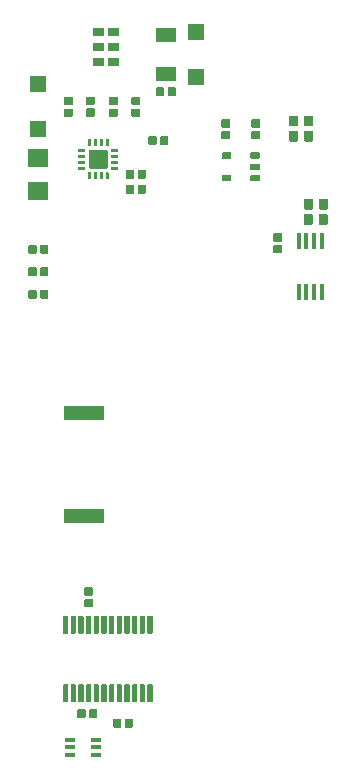
<source format=gbr>
G04 #@! TF.GenerationSoftware,KiCad,Pcbnew,5.1.8+dfsg1-1~bpo10+1*
G04 #@! TF.CreationDate,2021-02-15T21:00:24+01:00*
G04 #@! TF.ProjectId,easyhive,65617379-6869-4766-952e-6b696361645f,rev?*
G04 #@! TF.SameCoordinates,Original*
G04 #@! TF.FileFunction,Paste,Bot*
G04 #@! TF.FilePolarity,Positive*
%FSLAX46Y46*%
G04 Gerber Fmt 4.6, Leading zero omitted, Abs format (unit mm)*
G04 Created by KiCad (PCBNEW 5.1.8+dfsg1-1~bpo10+1) date 2021-02-15 21:00:24*
%MOMM*%
%LPD*%
G01*
G04 APERTURE LIST*
%ADD10R,0.900000X0.400000*%
%ADD11R,3.400000X1.300000*%
%ADD12R,1.800000X1.200000*%
%ADD13R,0.400000X1.350000*%
%ADD14R,1.800000X1.600000*%
%ADD15R,1.400000X1.400000*%
G04 APERTURE END LIST*
D10*
X140040000Y-131953000D03*
X140040000Y-132603000D03*
X140040000Y-133253000D03*
X142240000Y-131953000D03*
X142240000Y-132603000D03*
X142240000Y-133253000D03*
G36*
G01*
X152964850Y-84123600D02*
X153627350Y-84123600D01*
G75*
G02*
X153696100Y-84192350I0J-68750D01*
G01*
X153696100Y-84604850D01*
G75*
G02*
X153627350Y-84673600I-68750J0D01*
G01*
X152964850Y-84673600D01*
G75*
G02*
X152896100Y-84604850I0J68750D01*
G01*
X152896100Y-84192350D01*
G75*
G02*
X152964850Y-84123600I68750J0D01*
G01*
G37*
G36*
G01*
X155364850Y-83173600D02*
X156027350Y-83173600D01*
G75*
G02*
X156096100Y-83242350I0J-68750D01*
G01*
X156096100Y-83654850D01*
G75*
G02*
X156027350Y-83723600I-68750J0D01*
G01*
X155364850Y-83723600D01*
G75*
G02*
X155296100Y-83654850I0J68750D01*
G01*
X155296100Y-83242350D01*
G75*
G02*
X155364850Y-83173600I68750J0D01*
G01*
G37*
G36*
G01*
X152964850Y-82223600D02*
X153627350Y-82223600D01*
G75*
G02*
X153696100Y-82292350I0J-68750D01*
G01*
X153696100Y-82704850D01*
G75*
G02*
X153627350Y-82773600I-68750J0D01*
G01*
X152964850Y-82773600D01*
G75*
G02*
X152896100Y-82704850I0J68750D01*
G01*
X152896100Y-82292350D01*
G75*
G02*
X152964850Y-82223600I68750J0D01*
G01*
G37*
G36*
G01*
X155364850Y-84123600D02*
X156027350Y-84123600D01*
G75*
G02*
X156096100Y-84192350I0J-68750D01*
G01*
X156096100Y-84604850D01*
G75*
G02*
X156027350Y-84673600I-68750J0D01*
G01*
X155364850Y-84673600D01*
G75*
G02*
X155296100Y-84604850I0J68750D01*
G01*
X155296100Y-84192350D01*
G75*
G02*
X155364850Y-84123600I68750J0D01*
G01*
G37*
G36*
G01*
X155364850Y-82223600D02*
X156027350Y-82223600D01*
G75*
G02*
X156096100Y-82292350I0J-68750D01*
G01*
X156096100Y-82704850D01*
G75*
G02*
X156027350Y-82773600I-68750J0D01*
G01*
X155364850Y-82773600D01*
G75*
G02*
X155296100Y-82704850I0J68750D01*
G01*
X155296100Y-82292350D01*
G75*
G02*
X155364850Y-82223600I68750J0D01*
G01*
G37*
D11*
X141200000Y-113025000D03*
X141200000Y-104325000D03*
G36*
G01*
X158005000Y-90140000D02*
X158005000Y-90700000D01*
G75*
G02*
X157935000Y-90770000I-70000J0D01*
G01*
X157325000Y-90770000D01*
G75*
G02*
X157255000Y-90700000I0J70000D01*
G01*
X157255000Y-90140000D01*
G75*
G02*
X157325000Y-90070000I70000J0D01*
G01*
X157935000Y-90070000D01*
G75*
G02*
X158005000Y-90140000I0J-70000D01*
G01*
G37*
G36*
G01*
X158005000Y-89140000D02*
X158005000Y-89700000D01*
G75*
G02*
X157935000Y-89770000I-70000J0D01*
G01*
X157325000Y-89770000D01*
G75*
G02*
X157255000Y-89700000I0J70000D01*
G01*
X157255000Y-89140000D01*
G75*
G02*
X157325000Y-89070000I70000J0D01*
G01*
X157935000Y-89070000D01*
G75*
G02*
X158005000Y-89140000I0J-70000D01*
G01*
G37*
G36*
G01*
X137571100Y-91963600D02*
X138131100Y-91963600D01*
G75*
G02*
X138201100Y-92033600I0J-70000D01*
G01*
X138201100Y-92643600D01*
G75*
G02*
X138131100Y-92713600I-70000J0D01*
G01*
X137571100Y-92713600D01*
G75*
G02*
X137501100Y-92643600I0J70000D01*
G01*
X137501100Y-92033600D01*
G75*
G02*
X137571100Y-91963600I70000J0D01*
G01*
G37*
G36*
G01*
X136571100Y-91963600D02*
X137131100Y-91963600D01*
G75*
G02*
X137201100Y-92033600I0J-70000D01*
G01*
X137201100Y-92643600D01*
G75*
G02*
X137131100Y-92713600I-70000J0D01*
G01*
X136571100Y-92713600D01*
G75*
G02*
X136501100Y-92643600I0J70000D01*
G01*
X136501100Y-92033600D01*
G75*
G02*
X136571100Y-91963600I70000J0D01*
G01*
G37*
G36*
G01*
X137131100Y-94618600D02*
X136571100Y-94618600D01*
G75*
G02*
X136501100Y-94548600I0J70000D01*
G01*
X136501100Y-93938600D01*
G75*
G02*
X136571100Y-93868600I70000J0D01*
G01*
X137131100Y-93868600D01*
G75*
G02*
X137201100Y-93938600I0J-70000D01*
G01*
X137201100Y-94548600D01*
G75*
G02*
X137131100Y-94618600I-70000J0D01*
G01*
G37*
G36*
G01*
X138131100Y-94618600D02*
X137571100Y-94618600D01*
G75*
G02*
X137501100Y-94548600I0J70000D01*
G01*
X137501100Y-93938600D01*
G75*
G02*
X137571100Y-93868600I70000J0D01*
G01*
X138131100Y-93868600D01*
G75*
G02*
X138201100Y-93938600I0J-70000D01*
G01*
X138201100Y-94548600D01*
G75*
G02*
X138131100Y-94618600I-70000J0D01*
G01*
G37*
G36*
G01*
X147291100Y-81601100D02*
X146731100Y-81601100D01*
G75*
G02*
X146661100Y-81531100I0J70000D01*
G01*
X146661100Y-80921100D01*
G75*
G02*
X146731100Y-80851100I70000J0D01*
G01*
X147291100Y-80851100D01*
G75*
G02*
X147361100Y-80921100I0J-70000D01*
G01*
X147361100Y-81531100D01*
G75*
G02*
X147291100Y-81601100I-70000J0D01*
G01*
G37*
G36*
G01*
X148291100Y-81601100D02*
X147731100Y-81601100D01*
G75*
G02*
X147661100Y-81531100I0J70000D01*
G01*
X147661100Y-80921100D01*
G75*
G02*
X147731100Y-80851100I70000J0D01*
G01*
X148291100Y-80851100D01*
G75*
G02*
X148361100Y-80921100I0J-70000D01*
G01*
X148361100Y-81531100D01*
G75*
G02*
X148291100Y-81601100I-70000J0D01*
G01*
G37*
G36*
G01*
X145981100Y-78588600D02*
X145981100Y-79148600D01*
G75*
G02*
X145911100Y-79218600I-70000J0D01*
G01*
X145301100Y-79218600D01*
G75*
G02*
X145231100Y-79148600I0J70000D01*
G01*
X145231100Y-78588600D01*
G75*
G02*
X145301100Y-78518600I70000J0D01*
G01*
X145911100Y-78518600D01*
G75*
G02*
X145981100Y-78588600I0J-70000D01*
G01*
G37*
G36*
G01*
X145981100Y-77588600D02*
X145981100Y-78148600D01*
G75*
G02*
X145911100Y-78218600I-70000J0D01*
G01*
X145301100Y-78218600D01*
G75*
G02*
X145231100Y-78148600I0J70000D01*
G01*
X145231100Y-77588600D01*
G75*
G02*
X145301100Y-77518600I70000J0D01*
G01*
X145911100Y-77518600D01*
G75*
G02*
X145981100Y-77588600I0J-70000D01*
G01*
G37*
G36*
G01*
X140266100Y-78588600D02*
X140266100Y-79148600D01*
G75*
G02*
X140196100Y-79218600I-70000J0D01*
G01*
X139586100Y-79218600D01*
G75*
G02*
X139516100Y-79148600I0J70000D01*
G01*
X139516100Y-78588600D01*
G75*
G02*
X139586100Y-78518600I70000J0D01*
G01*
X140196100Y-78518600D01*
G75*
G02*
X140266100Y-78588600I0J-70000D01*
G01*
G37*
G36*
G01*
X140266100Y-77588600D02*
X140266100Y-78148600D01*
G75*
G02*
X140196100Y-78218600I-70000J0D01*
G01*
X139586100Y-78218600D01*
G75*
G02*
X139516100Y-78148600I0J70000D01*
G01*
X139516100Y-77588600D01*
G75*
G02*
X139586100Y-77518600I70000J0D01*
G01*
X140196100Y-77518600D01*
G75*
G02*
X140266100Y-77588600I0J-70000D01*
G01*
G37*
G36*
G01*
X144076100Y-78588600D02*
X144076100Y-79148600D01*
G75*
G02*
X144006100Y-79218600I-70000J0D01*
G01*
X143396100Y-79218600D01*
G75*
G02*
X143326100Y-79148600I0J70000D01*
G01*
X143326100Y-78588600D01*
G75*
G02*
X143396100Y-78518600I70000J0D01*
G01*
X144006100Y-78518600D01*
G75*
G02*
X144076100Y-78588600I0J-70000D01*
G01*
G37*
G36*
G01*
X144076100Y-77588600D02*
X144076100Y-78148600D01*
G75*
G02*
X144006100Y-78218600I-70000J0D01*
G01*
X143396100Y-78218600D01*
G75*
G02*
X143326100Y-78148600I0J70000D01*
G01*
X143326100Y-77588600D01*
G75*
G02*
X143396100Y-77518600I70000J0D01*
G01*
X144006100Y-77518600D01*
G75*
G02*
X144076100Y-77588600I0J-70000D01*
G01*
G37*
D12*
X148146100Y-75573600D03*
X148146100Y-72273600D03*
D13*
X159400000Y-94000000D03*
X160050000Y-94000000D03*
X160700000Y-94000000D03*
X161350000Y-94000000D03*
X161350000Y-89700000D03*
X160700000Y-89700000D03*
X160050000Y-89700000D03*
X159400000Y-89700000D03*
G36*
G01*
X139880000Y-121522250D02*
X139880000Y-122909750D01*
G75*
G02*
X139823750Y-122966000I-56250J0D01*
G01*
X139486250Y-122966000D01*
G75*
G02*
X139430000Y-122909750I0J56250D01*
G01*
X139430000Y-121522250D01*
G75*
G02*
X139486250Y-121466000I56250J0D01*
G01*
X139823750Y-121466000D01*
G75*
G02*
X139880000Y-121522250I0J-56250D01*
G01*
G37*
G36*
G01*
X140530000Y-121522250D02*
X140530000Y-122909750D01*
G75*
G02*
X140473750Y-122966000I-56250J0D01*
G01*
X140136250Y-122966000D01*
G75*
G02*
X140080000Y-122909750I0J56250D01*
G01*
X140080000Y-121522250D01*
G75*
G02*
X140136250Y-121466000I56250J0D01*
G01*
X140473750Y-121466000D01*
G75*
G02*
X140530000Y-121522250I0J-56250D01*
G01*
G37*
G36*
G01*
X141180000Y-121522250D02*
X141180000Y-122909750D01*
G75*
G02*
X141123750Y-122966000I-56250J0D01*
G01*
X140786250Y-122966000D01*
G75*
G02*
X140730000Y-122909750I0J56250D01*
G01*
X140730000Y-121522250D01*
G75*
G02*
X140786250Y-121466000I56250J0D01*
G01*
X141123750Y-121466000D01*
G75*
G02*
X141180000Y-121522250I0J-56250D01*
G01*
G37*
G36*
G01*
X141830000Y-121522250D02*
X141830000Y-122909750D01*
G75*
G02*
X141773750Y-122966000I-56250J0D01*
G01*
X141436250Y-122966000D01*
G75*
G02*
X141380000Y-122909750I0J56250D01*
G01*
X141380000Y-121522250D01*
G75*
G02*
X141436250Y-121466000I56250J0D01*
G01*
X141773750Y-121466000D01*
G75*
G02*
X141830000Y-121522250I0J-56250D01*
G01*
G37*
G36*
G01*
X142480000Y-121522250D02*
X142480000Y-122909750D01*
G75*
G02*
X142423750Y-122966000I-56250J0D01*
G01*
X142086250Y-122966000D01*
G75*
G02*
X142030000Y-122909750I0J56250D01*
G01*
X142030000Y-121522250D01*
G75*
G02*
X142086250Y-121466000I56250J0D01*
G01*
X142423750Y-121466000D01*
G75*
G02*
X142480000Y-121522250I0J-56250D01*
G01*
G37*
G36*
G01*
X143130000Y-121522250D02*
X143130000Y-122909750D01*
G75*
G02*
X143073750Y-122966000I-56250J0D01*
G01*
X142736250Y-122966000D01*
G75*
G02*
X142680000Y-122909750I0J56250D01*
G01*
X142680000Y-121522250D01*
G75*
G02*
X142736250Y-121466000I56250J0D01*
G01*
X143073750Y-121466000D01*
G75*
G02*
X143130000Y-121522250I0J-56250D01*
G01*
G37*
G36*
G01*
X143780000Y-121522250D02*
X143780000Y-122909750D01*
G75*
G02*
X143723750Y-122966000I-56250J0D01*
G01*
X143386250Y-122966000D01*
G75*
G02*
X143330000Y-122909750I0J56250D01*
G01*
X143330000Y-121522250D01*
G75*
G02*
X143386250Y-121466000I56250J0D01*
G01*
X143723750Y-121466000D01*
G75*
G02*
X143780000Y-121522250I0J-56250D01*
G01*
G37*
G36*
G01*
X144430000Y-121522250D02*
X144430000Y-122909750D01*
G75*
G02*
X144373750Y-122966000I-56250J0D01*
G01*
X144036250Y-122966000D01*
G75*
G02*
X143980000Y-122909750I0J56250D01*
G01*
X143980000Y-121522250D01*
G75*
G02*
X144036250Y-121466000I56250J0D01*
G01*
X144373750Y-121466000D01*
G75*
G02*
X144430000Y-121522250I0J-56250D01*
G01*
G37*
G36*
G01*
X145080000Y-121522250D02*
X145080000Y-122909750D01*
G75*
G02*
X145023750Y-122966000I-56250J0D01*
G01*
X144686250Y-122966000D01*
G75*
G02*
X144630000Y-122909750I0J56250D01*
G01*
X144630000Y-121522250D01*
G75*
G02*
X144686250Y-121466000I56250J0D01*
G01*
X145023750Y-121466000D01*
G75*
G02*
X145080000Y-121522250I0J-56250D01*
G01*
G37*
G36*
G01*
X145730000Y-121522250D02*
X145730000Y-122909750D01*
G75*
G02*
X145673750Y-122966000I-56250J0D01*
G01*
X145336250Y-122966000D01*
G75*
G02*
X145280000Y-122909750I0J56250D01*
G01*
X145280000Y-121522250D01*
G75*
G02*
X145336250Y-121466000I56250J0D01*
G01*
X145673750Y-121466000D01*
G75*
G02*
X145730000Y-121522250I0J-56250D01*
G01*
G37*
G36*
G01*
X146380000Y-121522250D02*
X146380000Y-122909750D01*
G75*
G02*
X146323750Y-122966000I-56250J0D01*
G01*
X145986250Y-122966000D01*
G75*
G02*
X145930000Y-122909750I0J56250D01*
G01*
X145930000Y-121522250D01*
G75*
G02*
X145986250Y-121466000I56250J0D01*
G01*
X146323750Y-121466000D01*
G75*
G02*
X146380000Y-121522250I0J-56250D01*
G01*
G37*
G36*
G01*
X147030000Y-121522250D02*
X147030000Y-122909750D01*
G75*
G02*
X146973750Y-122966000I-56250J0D01*
G01*
X146636250Y-122966000D01*
G75*
G02*
X146580000Y-122909750I0J56250D01*
G01*
X146580000Y-121522250D01*
G75*
G02*
X146636250Y-121466000I56250J0D01*
G01*
X146973750Y-121466000D01*
G75*
G02*
X147030000Y-121522250I0J-56250D01*
G01*
G37*
G36*
G01*
X139880000Y-127322250D02*
X139880000Y-128709750D01*
G75*
G02*
X139823750Y-128766000I-56250J0D01*
G01*
X139486250Y-128766000D01*
G75*
G02*
X139430000Y-128709750I0J56250D01*
G01*
X139430000Y-127322250D01*
G75*
G02*
X139486250Y-127266000I56250J0D01*
G01*
X139823750Y-127266000D01*
G75*
G02*
X139880000Y-127322250I0J-56250D01*
G01*
G37*
G36*
G01*
X140530000Y-127322250D02*
X140530000Y-128709750D01*
G75*
G02*
X140473750Y-128766000I-56250J0D01*
G01*
X140136250Y-128766000D01*
G75*
G02*
X140080000Y-128709750I0J56250D01*
G01*
X140080000Y-127322250D01*
G75*
G02*
X140136250Y-127266000I56250J0D01*
G01*
X140473750Y-127266000D01*
G75*
G02*
X140530000Y-127322250I0J-56250D01*
G01*
G37*
G36*
G01*
X141180000Y-127322250D02*
X141180000Y-128709750D01*
G75*
G02*
X141123750Y-128766000I-56250J0D01*
G01*
X140786250Y-128766000D01*
G75*
G02*
X140730000Y-128709750I0J56250D01*
G01*
X140730000Y-127322250D01*
G75*
G02*
X140786250Y-127266000I56250J0D01*
G01*
X141123750Y-127266000D01*
G75*
G02*
X141180000Y-127322250I0J-56250D01*
G01*
G37*
G36*
G01*
X141830000Y-127322250D02*
X141830000Y-128709750D01*
G75*
G02*
X141773750Y-128766000I-56250J0D01*
G01*
X141436250Y-128766000D01*
G75*
G02*
X141380000Y-128709750I0J56250D01*
G01*
X141380000Y-127322250D01*
G75*
G02*
X141436250Y-127266000I56250J0D01*
G01*
X141773750Y-127266000D01*
G75*
G02*
X141830000Y-127322250I0J-56250D01*
G01*
G37*
G36*
G01*
X142480000Y-127322250D02*
X142480000Y-128709750D01*
G75*
G02*
X142423750Y-128766000I-56250J0D01*
G01*
X142086250Y-128766000D01*
G75*
G02*
X142030000Y-128709750I0J56250D01*
G01*
X142030000Y-127322250D01*
G75*
G02*
X142086250Y-127266000I56250J0D01*
G01*
X142423750Y-127266000D01*
G75*
G02*
X142480000Y-127322250I0J-56250D01*
G01*
G37*
G36*
G01*
X143130000Y-127322250D02*
X143130000Y-128709750D01*
G75*
G02*
X143073750Y-128766000I-56250J0D01*
G01*
X142736250Y-128766000D01*
G75*
G02*
X142680000Y-128709750I0J56250D01*
G01*
X142680000Y-127322250D01*
G75*
G02*
X142736250Y-127266000I56250J0D01*
G01*
X143073750Y-127266000D01*
G75*
G02*
X143130000Y-127322250I0J-56250D01*
G01*
G37*
G36*
G01*
X143780000Y-127322250D02*
X143780000Y-128709750D01*
G75*
G02*
X143723750Y-128766000I-56250J0D01*
G01*
X143386250Y-128766000D01*
G75*
G02*
X143330000Y-128709750I0J56250D01*
G01*
X143330000Y-127322250D01*
G75*
G02*
X143386250Y-127266000I56250J0D01*
G01*
X143723750Y-127266000D01*
G75*
G02*
X143780000Y-127322250I0J-56250D01*
G01*
G37*
G36*
G01*
X144430000Y-127322250D02*
X144430000Y-128709750D01*
G75*
G02*
X144373750Y-128766000I-56250J0D01*
G01*
X144036250Y-128766000D01*
G75*
G02*
X143980000Y-128709750I0J56250D01*
G01*
X143980000Y-127322250D01*
G75*
G02*
X144036250Y-127266000I56250J0D01*
G01*
X144373750Y-127266000D01*
G75*
G02*
X144430000Y-127322250I0J-56250D01*
G01*
G37*
G36*
G01*
X145080000Y-127322250D02*
X145080000Y-128709750D01*
G75*
G02*
X145023750Y-128766000I-56250J0D01*
G01*
X144686250Y-128766000D01*
G75*
G02*
X144630000Y-128709750I0J56250D01*
G01*
X144630000Y-127322250D01*
G75*
G02*
X144686250Y-127266000I56250J0D01*
G01*
X145023750Y-127266000D01*
G75*
G02*
X145080000Y-127322250I0J-56250D01*
G01*
G37*
G36*
G01*
X145730000Y-127322250D02*
X145730000Y-128709750D01*
G75*
G02*
X145673750Y-128766000I-56250J0D01*
G01*
X145336250Y-128766000D01*
G75*
G02*
X145280000Y-128709750I0J56250D01*
G01*
X145280000Y-127322250D01*
G75*
G02*
X145336250Y-127266000I56250J0D01*
G01*
X145673750Y-127266000D01*
G75*
G02*
X145730000Y-127322250I0J-56250D01*
G01*
G37*
G36*
G01*
X146380000Y-127322250D02*
X146380000Y-128709750D01*
G75*
G02*
X146323750Y-128766000I-56250J0D01*
G01*
X145986250Y-128766000D01*
G75*
G02*
X145930000Y-128709750I0J56250D01*
G01*
X145930000Y-127322250D01*
G75*
G02*
X145986250Y-127266000I56250J0D01*
G01*
X146323750Y-127266000D01*
G75*
G02*
X146380000Y-127322250I0J-56250D01*
G01*
G37*
G36*
G01*
X147030000Y-127322250D02*
X147030000Y-128709750D01*
G75*
G02*
X146973750Y-128766000I-56250J0D01*
G01*
X146636250Y-128766000D01*
G75*
G02*
X146580000Y-128709750I0J56250D01*
G01*
X146580000Y-127322250D01*
G75*
G02*
X146636250Y-127266000I56250J0D01*
G01*
X146973750Y-127266000D01*
G75*
G02*
X147030000Y-127322250I0J-56250D01*
G01*
G37*
G36*
G01*
X144131100Y-82469850D02*
X144131100Y-82657350D01*
G75*
G02*
X144099850Y-82688600I-31250J0D01*
G01*
X143562350Y-82688600D01*
G75*
G02*
X143531100Y-82657350I0J31250D01*
G01*
X143531100Y-82469850D01*
G75*
G02*
X143562350Y-82438600I31250J0D01*
G01*
X144099850Y-82438600D01*
G75*
G02*
X144131100Y-82469850I0J-31250D01*
G01*
G37*
G36*
G01*
X144131100Y-81969850D02*
X144131100Y-82157350D01*
G75*
G02*
X144099850Y-82188600I-31250J0D01*
G01*
X143562350Y-82188600D01*
G75*
G02*
X143531100Y-82157350I0J31250D01*
G01*
X143531100Y-81969850D01*
G75*
G02*
X143562350Y-81938600I31250J0D01*
G01*
X144099850Y-81938600D01*
G75*
G02*
X144131100Y-81969850I0J-31250D01*
G01*
G37*
G36*
G01*
X144131100Y-82969850D02*
X144131100Y-83157350D01*
G75*
G02*
X144099850Y-83188600I-31250J0D01*
G01*
X143562350Y-83188600D01*
G75*
G02*
X143531100Y-83157350I0J31250D01*
G01*
X143531100Y-82969850D01*
G75*
G02*
X143562350Y-82938600I31250J0D01*
G01*
X144099850Y-82938600D01*
G75*
G02*
X144131100Y-82969850I0J-31250D01*
G01*
G37*
G36*
G01*
X144131100Y-83469850D02*
X144131100Y-83657350D01*
G75*
G02*
X144099850Y-83688600I-31250J0D01*
G01*
X143562350Y-83688600D01*
G75*
G02*
X143531100Y-83657350I0J31250D01*
G01*
X143531100Y-83469850D01*
G75*
G02*
X143562350Y-83438600I31250J0D01*
G01*
X144099850Y-83438600D01*
G75*
G02*
X144131100Y-83469850I0J-31250D01*
G01*
G37*
G36*
G01*
X143274850Y-84513600D02*
X143087350Y-84513600D01*
G75*
G02*
X143056100Y-84482350I0J31250D01*
G01*
X143056100Y-83944850D01*
G75*
G02*
X143087350Y-83913600I31250J0D01*
G01*
X143274850Y-83913600D01*
G75*
G02*
X143306100Y-83944850I0J-31250D01*
G01*
X143306100Y-84482350D01*
G75*
G02*
X143274850Y-84513600I-31250J0D01*
G01*
G37*
G36*
G01*
X142774850Y-84513600D02*
X142587350Y-84513600D01*
G75*
G02*
X142556100Y-84482350I0J31250D01*
G01*
X142556100Y-83944850D01*
G75*
G02*
X142587350Y-83913600I31250J0D01*
G01*
X142774850Y-83913600D01*
G75*
G02*
X142806100Y-83944850I0J-31250D01*
G01*
X142806100Y-84482350D01*
G75*
G02*
X142774850Y-84513600I-31250J0D01*
G01*
G37*
G36*
G01*
X142274850Y-84513600D02*
X142087350Y-84513600D01*
G75*
G02*
X142056100Y-84482350I0J31250D01*
G01*
X142056100Y-83944850D01*
G75*
G02*
X142087350Y-83913600I31250J0D01*
G01*
X142274850Y-83913600D01*
G75*
G02*
X142306100Y-83944850I0J-31250D01*
G01*
X142306100Y-84482350D01*
G75*
G02*
X142274850Y-84513600I-31250J0D01*
G01*
G37*
G36*
G01*
X141774850Y-84513600D02*
X141587350Y-84513600D01*
G75*
G02*
X141556100Y-84482350I0J31250D01*
G01*
X141556100Y-83944850D01*
G75*
G02*
X141587350Y-83913600I31250J0D01*
G01*
X141774850Y-83913600D01*
G75*
G02*
X141806100Y-83944850I0J-31250D01*
G01*
X141806100Y-84482350D01*
G75*
G02*
X141774850Y-84513600I-31250J0D01*
G01*
G37*
G36*
G01*
X140731100Y-83657350D02*
X140731100Y-83469850D01*
G75*
G02*
X140762350Y-83438600I31250J0D01*
G01*
X141299850Y-83438600D01*
G75*
G02*
X141331100Y-83469850I0J-31250D01*
G01*
X141331100Y-83657350D01*
G75*
G02*
X141299850Y-83688600I-31250J0D01*
G01*
X140762350Y-83688600D01*
G75*
G02*
X140731100Y-83657350I0J31250D01*
G01*
G37*
G36*
G01*
X140731100Y-83157350D02*
X140731100Y-82969850D01*
G75*
G02*
X140762350Y-82938600I31250J0D01*
G01*
X141299850Y-82938600D01*
G75*
G02*
X141331100Y-82969850I0J-31250D01*
G01*
X141331100Y-83157350D01*
G75*
G02*
X141299850Y-83188600I-31250J0D01*
G01*
X140762350Y-83188600D01*
G75*
G02*
X140731100Y-83157350I0J31250D01*
G01*
G37*
G36*
G01*
X140731100Y-82657350D02*
X140731100Y-82469850D01*
G75*
G02*
X140762350Y-82438600I31250J0D01*
G01*
X141299850Y-82438600D01*
G75*
G02*
X141331100Y-82469850I0J-31250D01*
G01*
X141331100Y-82657350D01*
G75*
G02*
X141299850Y-82688600I-31250J0D01*
G01*
X140762350Y-82688600D01*
G75*
G02*
X140731100Y-82657350I0J31250D01*
G01*
G37*
G36*
G01*
X140731100Y-82157350D02*
X140731100Y-81969850D01*
G75*
G02*
X140762350Y-81938600I31250J0D01*
G01*
X141299850Y-81938600D01*
G75*
G02*
X141331100Y-81969850I0J-31250D01*
G01*
X141331100Y-82157350D01*
G75*
G02*
X141299850Y-82188600I-31250J0D01*
G01*
X140762350Y-82188600D01*
G75*
G02*
X140731100Y-82157350I0J31250D01*
G01*
G37*
G36*
G01*
X141587350Y-81113600D02*
X141774850Y-81113600D01*
G75*
G02*
X141806100Y-81144850I0J-31250D01*
G01*
X141806100Y-81682350D01*
G75*
G02*
X141774850Y-81713600I-31250J0D01*
G01*
X141587350Y-81713600D01*
G75*
G02*
X141556100Y-81682350I0J31250D01*
G01*
X141556100Y-81144850D01*
G75*
G02*
X141587350Y-81113600I31250J0D01*
G01*
G37*
G36*
G01*
X142087350Y-81113600D02*
X142274850Y-81113600D01*
G75*
G02*
X142306100Y-81144850I0J-31250D01*
G01*
X142306100Y-81682350D01*
G75*
G02*
X142274850Y-81713600I-31250J0D01*
G01*
X142087350Y-81713600D01*
G75*
G02*
X142056100Y-81682350I0J31250D01*
G01*
X142056100Y-81144850D01*
G75*
G02*
X142087350Y-81113600I31250J0D01*
G01*
G37*
G36*
G01*
X142587350Y-81113600D02*
X142774850Y-81113600D01*
G75*
G02*
X142806100Y-81144850I0J-31250D01*
G01*
X142806100Y-81682350D01*
G75*
G02*
X142774850Y-81713600I-31250J0D01*
G01*
X142587350Y-81713600D01*
G75*
G02*
X142556100Y-81682350I0J31250D01*
G01*
X142556100Y-81144850D01*
G75*
G02*
X142587350Y-81113600I31250J0D01*
G01*
G37*
G36*
G01*
X143087350Y-81113600D02*
X143274850Y-81113600D01*
G75*
G02*
X143306100Y-81144850I0J-31250D01*
G01*
X143306100Y-81682350D01*
G75*
G02*
X143274850Y-81713600I-31250J0D01*
G01*
X143087350Y-81713600D01*
G75*
G02*
X143056100Y-81682350I0J31250D01*
G01*
X143056100Y-81144850D01*
G75*
G02*
X143087350Y-81113600I31250J0D01*
G01*
G37*
G36*
G01*
X143231100Y-82093600D02*
X143231100Y-83533600D01*
G75*
G02*
X143151100Y-83613600I-80000J0D01*
G01*
X141711100Y-83613600D01*
G75*
G02*
X141631100Y-83533600I0J80000D01*
G01*
X141631100Y-82093600D01*
G75*
G02*
X141711100Y-82013600I80000J0D01*
G01*
X143151100Y-82013600D01*
G75*
G02*
X143231100Y-82093600I0J-80000D01*
G01*
G37*
D14*
X137351100Y-85483600D03*
X137351100Y-82683600D03*
G36*
G01*
X161796100Y-87058600D02*
X161166100Y-87058600D01*
G75*
G02*
X161131100Y-87023600I0J35000D01*
G01*
X161131100Y-86193600D01*
G75*
G02*
X161166100Y-86158600I35000J0D01*
G01*
X161796100Y-86158600D01*
G75*
G02*
X161831100Y-86193600I0J-35000D01*
G01*
X161831100Y-87023600D01*
G75*
G02*
X161796100Y-87058600I-35000J0D01*
G01*
G37*
G36*
G01*
X161796100Y-88358600D02*
X161166100Y-88358600D01*
G75*
G02*
X161131100Y-88323600I0J35000D01*
G01*
X161131100Y-87493600D01*
G75*
G02*
X161166100Y-87458600I35000J0D01*
G01*
X161796100Y-87458600D01*
G75*
G02*
X161831100Y-87493600I0J-35000D01*
G01*
X161831100Y-88323600D01*
G75*
G02*
X161796100Y-88358600I-35000J0D01*
G01*
G37*
G36*
G01*
X160526100Y-87058600D02*
X159896100Y-87058600D01*
G75*
G02*
X159861100Y-87023600I0J35000D01*
G01*
X159861100Y-86193600D01*
G75*
G02*
X159896100Y-86158600I35000J0D01*
G01*
X160526100Y-86158600D01*
G75*
G02*
X160561100Y-86193600I0J-35000D01*
G01*
X160561100Y-87023600D01*
G75*
G02*
X160526100Y-87058600I-35000J0D01*
G01*
G37*
G36*
G01*
X160526100Y-88358600D02*
X159896100Y-88358600D01*
G75*
G02*
X159861100Y-88323600I0J35000D01*
G01*
X159861100Y-87493600D01*
G75*
G02*
X159896100Y-87458600I35000J0D01*
G01*
X160526100Y-87458600D01*
G75*
G02*
X160561100Y-87493600I0J-35000D01*
G01*
X160561100Y-88323600D01*
G75*
G02*
X160526100Y-88358600I-35000J0D01*
G01*
G37*
G36*
G01*
X159896100Y-80408600D02*
X160526100Y-80408600D01*
G75*
G02*
X160561100Y-80443600I0J-35000D01*
G01*
X160561100Y-81273600D01*
G75*
G02*
X160526100Y-81308600I-35000J0D01*
G01*
X159896100Y-81308600D01*
G75*
G02*
X159861100Y-81273600I0J35000D01*
G01*
X159861100Y-80443600D01*
G75*
G02*
X159896100Y-80408600I35000J0D01*
G01*
G37*
G36*
G01*
X159896100Y-79108600D02*
X160526100Y-79108600D01*
G75*
G02*
X160561100Y-79143600I0J-35000D01*
G01*
X160561100Y-79973600D01*
G75*
G02*
X160526100Y-80008600I-35000J0D01*
G01*
X159896100Y-80008600D01*
G75*
G02*
X159861100Y-79973600I0J35000D01*
G01*
X159861100Y-79143600D01*
G75*
G02*
X159896100Y-79108600I35000J0D01*
G01*
G37*
G36*
G01*
X158626100Y-80408600D02*
X159256100Y-80408600D01*
G75*
G02*
X159291100Y-80443600I0J-35000D01*
G01*
X159291100Y-81273600D01*
G75*
G02*
X159256100Y-81308600I-35000J0D01*
G01*
X158626100Y-81308600D01*
G75*
G02*
X158591100Y-81273600I0J35000D01*
G01*
X158591100Y-80443600D01*
G75*
G02*
X158626100Y-80408600I35000J0D01*
G01*
G37*
G36*
G01*
X158626100Y-79108600D02*
X159256100Y-79108600D01*
G75*
G02*
X159291100Y-79143600I0J-35000D01*
G01*
X159291100Y-79973600D01*
G75*
G02*
X159256100Y-80008600I-35000J0D01*
G01*
X158626100Y-80008600D01*
G75*
G02*
X158591100Y-79973600I0J35000D01*
G01*
X158591100Y-79143600D01*
G75*
G02*
X158626100Y-79108600I35000J0D01*
G01*
G37*
G36*
G01*
X143266100Y-72333600D02*
X143266100Y-71703600D01*
G75*
G02*
X143301100Y-71668600I35000J0D01*
G01*
X144131100Y-71668600D01*
G75*
G02*
X144166100Y-71703600I0J-35000D01*
G01*
X144166100Y-72333600D01*
G75*
G02*
X144131100Y-72368600I-35000J0D01*
G01*
X143301100Y-72368600D01*
G75*
G02*
X143266100Y-72333600I0J35000D01*
G01*
G37*
G36*
G01*
X141966100Y-72333600D02*
X141966100Y-71703600D01*
G75*
G02*
X142001100Y-71668600I35000J0D01*
G01*
X142831100Y-71668600D01*
G75*
G02*
X142866100Y-71703600I0J-35000D01*
G01*
X142866100Y-72333600D01*
G75*
G02*
X142831100Y-72368600I-35000J0D01*
G01*
X142001100Y-72368600D01*
G75*
G02*
X141966100Y-72333600I0J35000D01*
G01*
G37*
G36*
G01*
X143266100Y-73603600D02*
X143266100Y-72973600D01*
G75*
G02*
X143301100Y-72938600I35000J0D01*
G01*
X144131100Y-72938600D01*
G75*
G02*
X144166100Y-72973600I0J-35000D01*
G01*
X144166100Y-73603600D01*
G75*
G02*
X144131100Y-73638600I-35000J0D01*
G01*
X143301100Y-73638600D01*
G75*
G02*
X143266100Y-73603600I0J35000D01*
G01*
G37*
G36*
G01*
X141966100Y-73603600D02*
X141966100Y-72973600D01*
G75*
G02*
X142001100Y-72938600I35000J0D01*
G01*
X142831100Y-72938600D01*
G75*
G02*
X142866100Y-72973600I0J-35000D01*
G01*
X142866100Y-73603600D01*
G75*
G02*
X142831100Y-73638600I-35000J0D01*
G01*
X142001100Y-73638600D01*
G75*
G02*
X141966100Y-73603600I0J35000D01*
G01*
G37*
G36*
G01*
X143266100Y-74873600D02*
X143266100Y-74243600D01*
G75*
G02*
X143301100Y-74208600I35000J0D01*
G01*
X144131100Y-74208600D01*
G75*
G02*
X144166100Y-74243600I0J-35000D01*
G01*
X144166100Y-74873600D01*
G75*
G02*
X144131100Y-74908600I-35000J0D01*
G01*
X143301100Y-74908600D01*
G75*
G02*
X143266100Y-74873600I0J35000D01*
G01*
G37*
G36*
G01*
X141966100Y-74873600D02*
X141966100Y-74243600D01*
G75*
G02*
X142001100Y-74208600I35000J0D01*
G01*
X142831100Y-74208600D01*
G75*
G02*
X142866100Y-74243600I0J-35000D01*
G01*
X142866100Y-74873600D01*
G75*
G02*
X142831100Y-74908600I-35000J0D01*
G01*
X142001100Y-74908600D01*
G75*
G02*
X141966100Y-74873600I0J35000D01*
G01*
G37*
G36*
G01*
X144298000Y-130931000D02*
X143738000Y-130931000D01*
G75*
G02*
X143668000Y-130861000I0J70000D01*
G01*
X143668000Y-130251000D01*
G75*
G02*
X143738000Y-130181000I70000J0D01*
G01*
X144298000Y-130181000D01*
G75*
G02*
X144368000Y-130251000I0J-70000D01*
G01*
X144368000Y-130861000D01*
G75*
G02*
X144298000Y-130931000I-70000J0D01*
G01*
G37*
G36*
G01*
X145298000Y-130931000D02*
X144738000Y-130931000D01*
G75*
G02*
X144668000Y-130861000I0J70000D01*
G01*
X144668000Y-130251000D01*
G75*
G02*
X144738000Y-130181000I70000J0D01*
G01*
X145298000Y-130181000D01*
G75*
G02*
X145368000Y-130251000I0J-70000D01*
G01*
X145368000Y-130861000D01*
G75*
G02*
X145298000Y-130931000I-70000J0D01*
G01*
G37*
G36*
G01*
X137131100Y-90808600D02*
X136571100Y-90808600D01*
G75*
G02*
X136501100Y-90738600I0J70000D01*
G01*
X136501100Y-90128600D01*
G75*
G02*
X136571100Y-90058600I70000J0D01*
G01*
X137131100Y-90058600D01*
G75*
G02*
X137201100Y-90128600I0J-70000D01*
G01*
X137201100Y-90738600D01*
G75*
G02*
X137131100Y-90808600I-70000J0D01*
G01*
G37*
G36*
G01*
X138131100Y-90808600D02*
X137571100Y-90808600D01*
G75*
G02*
X137501100Y-90738600I0J70000D01*
G01*
X137501100Y-90128600D01*
G75*
G02*
X137571100Y-90058600I70000J0D01*
G01*
X138131100Y-90058600D01*
G75*
G02*
X138201100Y-90128600I0J-70000D01*
G01*
X138201100Y-90738600D01*
G75*
G02*
X138131100Y-90808600I-70000J0D01*
G01*
G37*
G36*
G01*
X148366100Y-76723600D02*
X148926100Y-76723600D01*
G75*
G02*
X148996100Y-76793600I0J-70000D01*
G01*
X148996100Y-77403600D01*
G75*
G02*
X148926100Y-77473600I-70000J0D01*
G01*
X148366100Y-77473600D01*
G75*
G02*
X148296100Y-77403600I0J70000D01*
G01*
X148296100Y-76793600D01*
G75*
G02*
X148366100Y-76723600I70000J0D01*
G01*
G37*
G36*
G01*
X147366100Y-76723600D02*
X147926100Y-76723600D01*
G75*
G02*
X147996100Y-76793600I0J-70000D01*
G01*
X147996100Y-77403600D01*
G75*
G02*
X147926100Y-77473600I-70000J0D01*
G01*
X147366100Y-77473600D01*
G75*
G02*
X147296100Y-77403600I0J70000D01*
G01*
X147296100Y-76793600D01*
G75*
G02*
X147366100Y-76723600I70000J0D01*
G01*
G37*
G36*
G01*
X152851100Y-80053600D02*
X152851100Y-79493600D01*
G75*
G02*
X152921100Y-79423600I70000J0D01*
G01*
X153531100Y-79423600D01*
G75*
G02*
X153601100Y-79493600I0J-70000D01*
G01*
X153601100Y-80053600D01*
G75*
G02*
X153531100Y-80123600I-70000J0D01*
G01*
X152921100Y-80123600D01*
G75*
G02*
X152851100Y-80053600I0J70000D01*
G01*
G37*
G36*
G01*
X152851100Y-81053600D02*
X152851100Y-80493600D01*
G75*
G02*
X152921100Y-80423600I70000J0D01*
G01*
X153531100Y-80423600D01*
G75*
G02*
X153601100Y-80493600I0J-70000D01*
G01*
X153601100Y-81053600D01*
G75*
G02*
X153531100Y-81123600I-70000J0D01*
G01*
X152921100Y-81123600D01*
G75*
G02*
X152851100Y-81053600I0J70000D01*
G01*
G37*
G36*
G01*
X155391100Y-80053600D02*
X155391100Y-79493600D01*
G75*
G02*
X155461100Y-79423600I70000J0D01*
G01*
X156071100Y-79423600D01*
G75*
G02*
X156141100Y-79493600I0J-70000D01*
G01*
X156141100Y-80053600D01*
G75*
G02*
X156071100Y-80123600I-70000J0D01*
G01*
X155461100Y-80123600D01*
G75*
G02*
X155391100Y-80053600I0J70000D01*
G01*
G37*
G36*
G01*
X155391100Y-81053600D02*
X155391100Y-80493600D01*
G75*
G02*
X155461100Y-80423600I70000J0D01*
G01*
X156071100Y-80423600D01*
G75*
G02*
X156141100Y-80493600I0J-70000D01*
G01*
X156141100Y-81053600D01*
G75*
G02*
X156071100Y-81123600I-70000J0D01*
G01*
X155461100Y-81123600D01*
G75*
G02*
X155391100Y-81053600I0J70000D01*
G01*
G37*
G36*
G01*
X141230000Y-119676000D02*
X141230000Y-119116000D01*
G75*
G02*
X141300000Y-119046000I70000J0D01*
G01*
X141910000Y-119046000D01*
G75*
G02*
X141980000Y-119116000I0J-70000D01*
G01*
X141980000Y-119676000D01*
G75*
G02*
X141910000Y-119746000I-70000J0D01*
G01*
X141300000Y-119746000D01*
G75*
G02*
X141230000Y-119676000I0J70000D01*
G01*
G37*
G36*
G01*
X141230000Y-120676000D02*
X141230000Y-120116000D01*
G75*
G02*
X141300000Y-120046000I70000J0D01*
G01*
X141910000Y-120046000D01*
G75*
G02*
X141980000Y-120116000I0J-70000D01*
G01*
X141980000Y-120676000D01*
G75*
G02*
X141910000Y-120746000I-70000J0D01*
G01*
X141300000Y-120746000D01*
G75*
G02*
X141230000Y-120676000I0J70000D01*
G01*
G37*
G36*
G01*
X141275400Y-130118200D02*
X140715400Y-130118200D01*
G75*
G02*
X140645400Y-130048200I0J70000D01*
G01*
X140645400Y-129438200D01*
G75*
G02*
X140715400Y-129368200I70000J0D01*
G01*
X141275400Y-129368200D01*
G75*
G02*
X141345400Y-129438200I0J-70000D01*
G01*
X141345400Y-130048200D01*
G75*
G02*
X141275400Y-130118200I-70000J0D01*
G01*
G37*
G36*
G01*
X142275400Y-130118200D02*
X141715400Y-130118200D01*
G75*
G02*
X141645400Y-130048200I0J70000D01*
G01*
X141645400Y-129438200D01*
G75*
G02*
X141715400Y-129368200I70000J0D01*
G01*
X142275400Y-129368200D01*
G75*
G02*
X142345400Y-129438200I0J-70000D01*
G01*
X142345400Y-130048200D01*
G75*
G02*
X142275400Y-130118200I-70000J0D01*
G01*
G37*
G36*
G01*
X145826100Y-84978600D02*
X146386100Y-84978600D01*
G75*
G02*
X146456100Y-85048600I0J-70000D01*
G01*
X146456100Y-85658600D01*
G75*
G02*
X146386100Y-85728600I-70000J0D01*
G01*
X145826100Y-85728600D01*
G75*
G02*
X145756100Y-85658600I0J70000D01*
G01*
X145756100Y-85048600D01*
G75*
G02*
X145826100Y-84978600I70000J0D01*
G01*
G37*
G36*
G01*
X144826100Y-84978600D02*
X145386100Y-84978600D01*
G75*
G02*
X145456100Y-85048600I0J-70000D01*
G01*
X145456100Y-85658600D01*
G75*
G02*
X145386100Y-85728600I-70000J0D01*
G01*
X144826100Y-85728600D01*
G75*
G02*
X144756100Y-85658600I0J70000D01*
G01*
X144756100Y-85048600D01*
G75*
G02*
X144826100Y-84978600I70000J0D01*
G01*
G37*
G36*
G01*
X145826100Y-83708600D02*
X146386100Y-83708600D01*
G75*
G02*
X146456100Y-83778600I0J-70000D01*
G01*
X146456100Y-84388600D01*
G75*
G02*
X146386100Y-84458600I-70000J0D01*
G01*
X145826100Y-84458600D01*
G75*
G02*
X145756100Y-84388600I0J70000D01*
G01*
X145756100Y-83778600D01*
G75*
G02*
X145826100Y-83708600I70000J0D01*
G01*
G37*
G36*
G01*
X144826100Y-83708600D02*
X145386100Y-83708600D01*
G75*
G02*
X145456100Y-83778600I0J-70000D01*
G01*
X145456100Y-84388600D01*
G75*
G02*
X145386100Y-84458600I-70000J0D01*
G01*
X144826100Y-84458600D01*
G75*
G02*
X144756100Y-84388600I0J70000D01*
G01*
X144756100Y-83778600D01*
G75*
G02*
X144826100Y-83708600I70000J0D01*
G01*
G37*
G36*
G01*
X141375000Y-78130000D02*
X141375000Y-77570000D01*
G75*
G02*
X141445000Y-77500000I70000J0D01*
G01*
X142055000Y-77500000D01*
G75*
G02*
X142125000Y-77570000I0J-70000D01*
G01*
X142125000Y-78130000D01*
G75*
G02*
X142055000Y-78200000I-70000J0D01*
G01*
X141445000Y-78200000D01*
G75*
G02*
X141375000Y-78130000I0J70000D01*
G01*
G37*
G36*
G01*
X141375000Y-79130000D02*
X141375000Y-78570000D01*
G75*
G02*
X141445000Y-78500000I70000J0D01*
G01*
X142055000Y-78500000D01*
G75*
G02*
X142125000Y-78570000I0J-70000D01*
G01*
X142125000Y-79130000D01*
G75*
G02*
X142055000Y-79200000I-70000J0D01*
G01*
X141445000Y-79200000D01*
G75*
G02*
X141375000Y-79130000I0J70000D01*
G01*
G37*
D15*
X137351100Y-76468600D03*
X137351100Y-80268600D03*
X150686100Y-72023600D03*
X150686100Y-75823600D03*
M02*

</source>
